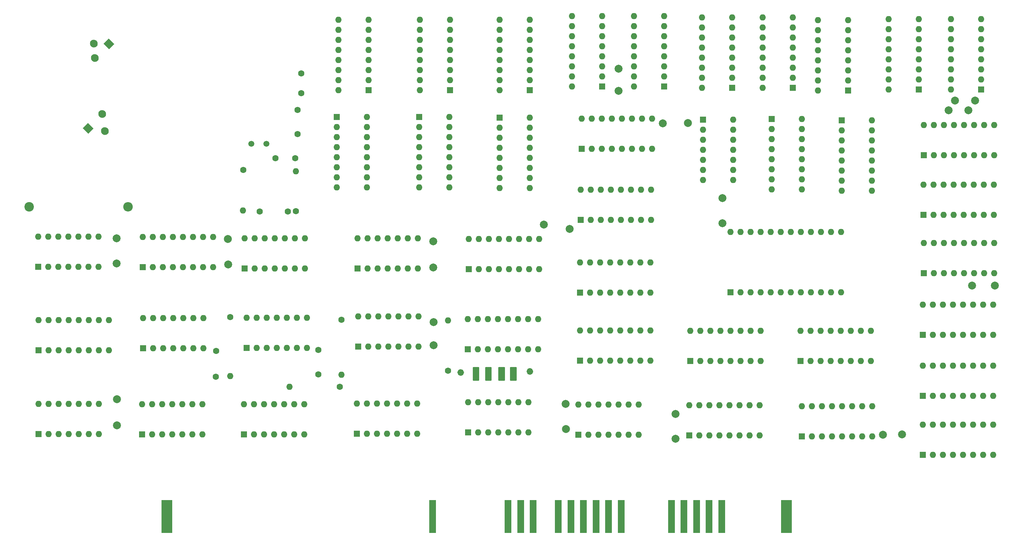
<source format=gbs>
G04 #@! TF.GenerationSoftware,KiCad,Pcbnew,8.0.6*
G04 #@! TF.CreationDate,2025-02-23T16:49:15+00:00*
G04 #@! TF.ProjectId,Northstart Floating point,4e6f7274-6873-4746-9172-7420466c6f61,rev?*
G04 #@! TF.SameCoordinates,Original*
G04 #@! TF.FileFunction,Soldermask,Bot*
G04 #@! TF.FilePolarity,Negative*
%FSLAX46Y46*%
G04 Gerber Fmt 4.6, Leading zero omitted, Abs format (unit mm)*
G04 Created by KiCad (PCBNEW 8.0.6) date 2025-02-23 16:49:15*
%MOMM*%
%LPD*%
G01*
G04 APERTURE LIST*
G04 Aperture macros list*
%AMHorizOval*
0 Thick line with rounded ends*
0 $1 width*
0 $2 $3 position (X,Y) of the first rounded end (center of the circle)*
0 $4 $5 position (X,Y) of the second rounded end (center of the circle)*
0 Add line between two ends*
20,1,$1,$2,$3,$4,$5,0*
0 Add two circle primitives to create the rounded ends*
1,1,$1,$2,$3*
1,1,$1,$4,$5*%
%AMRotRect*
0 Rectangle, with rotation*
0 The origin of the aperture is its center*
0 $1 length*
0 $2 width*
0 $3 Rotation angle, in degrees counterclockwise*
0 Add horizontal line*
21,1,$1,$2,0,0,$3*%
G04 Aperture macros list end*
%ADD10C,0.304800*%
%ADD11C,0.848748*%
%ADD12C,2.000000*%
%ADD13R,1.600000X1.600000*%
%ADD14O,1.600000X1.600000*%
%ADD15C,2.400000*%
%ADD16O,2.400000X2.400000*%
%ADD17C,1.600000*%
%ADD18R,2.794000X8.382000*%
%ADD19R,1.778000X8.382000*%
%ADD20RotRect,1.905000X2.000000X225.000000*%
%ADD21HorizOval,1.905000X-0.033588X0.033588X0.033588X-0.033588X0*%
%ADD22C,1.500000*%
%ADD23RotRect,1.905000X2.000000X45.000000*%
G04 APERTURE END LIST*
D10*
X147940000Y-115230000D02*
X149250000Y-115230000D01*
X149250000Y-118350000D01*
X147940000Y-118350000D01*
X147940000Y-115230000D01*
G36*
X147940000Y-115230000D02*
G01*
X149250000Y-115230000D01*
X149250000Y-118350000D01*
X147940000Y-118350000D01*
X147940000Y-115230000D01*
G37*
X144970000Y-115230000D02*
X146280000Y-115230000D01*
X146280000Y-118350000D01*
X144970000Y-118350000D01*
X144970000Y-115230000D01*
G36*
X144970000Y-115230000D02*
G01*
X146280000Y-115230000D01*
X146280000Y-118350000D01*
X144970000Y-118350000D01*
X144970000Y-115230000D01*
G37*
D11*
X153204374Y-116190000D02*
G75*
G02*
X152355626Y-116190000I-424374J0D01*
G01*
X152355626Y-116190000D02*
G75*
G02*
X153204374Y-116190000I424374J0D01*
G01*
D10*
X138500000Y-115240000D02*
X139810000Y-115240000D01*
X139810000Y-118360000D01*
X138500000Y-118360000D01*
X138500000Y-115240000D01*
G36*
X138500000Y-115240000D02*
G01*
X139810000Y-115240000D01*
X139810000Y-118360000D01*
X138500000Y-118360000D01*
X138500000Y-115240000D01*
G37*
D11*
X135721308Y-116460000D02*
G75*
G02*
X134872560Y-116460000I-424374J0D01*
G01*
X134872560Y-116460000D02*
G75*
G02*
X135721308Y-116460000I424374J0D01*
G01*
D10*
X141650000Y-115260000D02*
X142960000Y-115260000D01*
X142960000Y-118380000D01*
X141650000Y-118380000D01*
X141650000Y-115260000D01*
G36*
X141650000Y-115260000D02*
G01*
X142960000Y-115260000D01*
X142960000Y-118380000D01*
X141650000Y-118380000D01*
X141650000Y-115260000D01*
G37*
D12*
X246790000Y-132120000D03*
X241960000Y-132140000D03*
D13*
X28620000Y-132000000D03*
D14*
X31160000Y-132000000D03*
X33700000Y-132000000D03*
X36240000Y-132000000D03*
X38780000Y-132000000D03*
X41320000Y-132000000D03*
X43860000Y-132000000D03*
X43860000Y-124380000D03*
X41320000Y-124380000D03*
X38780000Y-124380000D03*
X36240000Y-124380000D03*
X33700000Y-124380000D03*
X31160000Y-124380000D03*
X28620000Y-124380000D03*
D13*
X109040000Y-131900000D03*
D14*
X111580000Y-131900000D03*
X114120000Y-131900000D03*
X116660000Y-131900000D03*
X119200000Y-131900000D03*
X121740000Y-131900000D03*
X124280000Y-131900000D03*
X124280000Y-124280000D03*
X121740000Y-124280000D03*
X119200000Y-124280000D03*
X116660000Y-124280000D03*
X114120000Y-124280000D03*
X111580000Y-124280000D03*
X109040000Y-124280000D03*
D12*
X128430000Y-103710000D03*
X128450000Y-109600000D03*
D13*
X28550000Y-89720000D03*
D14*
X31090000Y-89720000D03*
X33630000Y-89720000D03*
X36170000Y-89720000D03*
X38710000Y-89720000D03*
X41250000Y-89720000D03*
X43790000Y-89720000D03*
X43790000Y-82100000D03*
X41250000Y-82100000D03*
X38710000Y-82100000D03*
X36170000Y-82100000D03*
X33630000Y-82100000D03*
X31090000Y-82100000D03*
X28550000Y-82100000D03*
D13*
X165040000Y-132160000D03*
D14*
X167580000Y-132160000D03*
X170120000Y-132160000D03*
X172660000Y-132160000D03*
X175200000Y-132160000D03*
X177740000Y-132160000D03*
X180280000Y-132160000D03*
X180280000Y-124540000D03*
X177740000Y-124540000D03*
X175200000Y-124540000D03*
X172660000Y-124540000D03*
X170120000Y-124540000D03*
X167580000Y-124540000D03*
X165040000Y-124540000D03*
D12*
X201460000Y-78792500D03*
X201420000Y-72422500D03*
D13*
X251060000Y-44950000D03*
D14*
X251060000Y-42410000D03*
X251060000Y-39870000D03*
X251060000Y-37330000D03*
X251060000Y-34790000D03*
X251060000Y-32250000D03*
X251060000Y-29710000D03*
X251060000Y-27170000D03*
X243440000Y-27170000D03*
X243440000Y-29710000D03*
X243440000Y-32250000D03*
X243440000Y-34790000D03*
X243440000Y-37330000D03*
X243440000Y-39870000D03*
X243440000Y-42410000D03*
X243440000Y-44950000D03*
D12*
X192675000Y-53440000D03*
X186355000Y-53510000D03*
D13*
X132580000Y-45110000D03*
D14*
X132580000Y-42570000D03*
X132580000Y-40030000D03*
X132580000Y-37490000D03*
X132580000Y-34950000D03*
X132580000Y-32410000D03*
X132580000Y-29870000D03*
X132580000Y-27330000D03*
X124960000Y-27330000D03*
X124960000Y-29870000D03*
X124960000Y-32410000D03*
X124960000Y-34950000D03*
X124960000Y-37490000D03*
X124960000Y-40030000D03*
X124960000Y-42570000D03*
X124960000Y-45110000D03*
D13*
X111990000Y-45125000D03*
D14*
X111990000Y-42585000D03*
X111990000Y-40045000D03*
X111990000Y-37505000D03*
X111990000Y-34965000D03*
X111990000Y-32425000D03*
X111990000Y-29885000D03*
X111990000Y-27345000D03*
X104370000Y-27345000D03*
X104370000Y-29885000D03*
X104370000Y-32425000D03*
X104370000Y-34965000D03*
X104370000Y-37505000D03*
X104370000Y-40045000D03*
X104370000Y-42585000D03*
X104370000Y-45125000D03*
D15*
X26250000Y-74610000D03*
D16*
X51250000Y-74610000D03*
D13*
X252090000Y-106910000D03*
D14*
X254630000Y-106910000D03*
X257170000Y-106910000D03*
X259710000Y-106910000D03*
X262250000Y-106910000D03*
X264790000Y-106910000D03*
X267330000Y-106910000D03*
X269870000Y-106910000D03*
X269870000Y-99290000D03*
X267330000Y-99290000D03*
X264790000Y-99290000D03*
X262250000Y-99290000D03*
X259710000Y-99290000D03*
X257170000Y-99290000D03*
X254630000Y-99290000D03*
X252090000Y-99290000D03*
D13*
X233210000Y-45200000D03*
D14*
X233210000Y-42660000D03*
X233210000Y-40120000D03*
X233210000Y-37580000D03*
X233210000Y-35040000D03*
X233210000Y-32500000D03*
X233210000Y-29960000D03*
X233210000Y-27420000D03*
X225590000Y-27420000D03*
X225590000Y-29960000D03*
X225590000Y-32500000D03*
X225590000Y-35040000D03*
X225590000Y-37580000D03*
X225590000Y-40120000D03*
X225590000Y-42660000D03*
X225590000Y-45200000D03*
D17*
X77060000Y-102460000D03*
D14*
X77040000Y-117390000D03*
D17*
X132090000Y-116010000D03*
D14*
X132090000Y-103310000D03*
D13*
X28605000Y-110870000D03*
D14*
X31145000Y-110870000D03*
X33685000Y-110870000D03*
X36225000Y-110870000D03*
X38765000Y-110870000D03*
X41305000Y-110870000D03*
X43845000Y-110870000D03*
X46385000Y-110870000D03*
X46385000Y-103250000D03*
X43845000Y-103250000D03*
X41305000Y-103250000D03*
X38765000Y-103250000D03*
X36225000Y-103250000D03*
X33685000Y-103250000D03*
X31145000Y-103250000D03*
X28605000Y-103250000D03*
D17*
X105180000Y-103130000D03*
D14*
X105210000Y-117020000D03*
D13*
X137070000Y-110600000D03*
D14*
X139610000Y-110600000D03*
X142150000Y-110600000D03*
X144690000Y-110600000D03*
X147230000Y-110600000D03*
X149770000Y-110600000D03*
X152310000Y-110600000D03*
X154850000Y-110600000D03*
X154850000Y-102980000D03*
X152310000Y-102980000D03*
X149770000Y-102980000D03*
X147230000Y-102980000D03*
X144690000Y-102980000D03*
X142150000Y-102980000D03*
X139610000Y-102980000D03*
X137070000Y-102980000D03*
D13*
X193295000Y-113570000D03*
D14*
X195835000Y-113570000D03*
X198375000Y-113570000D03*
X200915000Y-113570000D03*
X203455000Y-113570000D03*
X205995000Y-113570000D03*
X208535000Y-113570000D03*
X211075000Y-113570000D03*
X211075000Y-105950000D03*
X208535000Y-105950000D03*
X205995000Y-105950000D03*
X203455000Y-105950000D03*
X200915000Y-105950000D03*
X198375000Y-105950000D03*
X195835000Y-105950000D03*
X193295000Y-105950000D03*
D17*
X104770000Y-120110000D03*
D14*
X92070000Y-120110000D03*
D12*
X76490000Y-82710000D03*
X76540000Y-89200000D03*
X175210000Y-45330000D03*
X175170000Y-39710000D03*
X128340000Y-83300000D03*
X128390000Y-89890000D03*
D13*
X165450000Y-96240000D03*
D14*
X167990000Y-96240000D03*
X170530000Y-96240000D03*
X173070000Y-96240000D03*
X175610000Y-96240000D03*
X178150000Y-96240000D03*
X180690000Y-96240000D03*
X183230000Y-96240000D03*
X183230000Y-88620000D03*
X180690000Y-88620000D03*
X178150000Y-88620000D03*
X175610000Y-88620000D03*
X173070000Y-88620000D03*
X170530000Y-88620000D03*
X167990000Y-88620000D03*
X165450000Y-88620000D03*
D12*
X258550000Y-50230000D03*
X263620000Y-50180000D03*
X162785000Y-80197500D03*
X156325000Y-79127500D03*
X48340000Y-82520000D03*
X48340000Y-88900000D03*
D13*
X252360000Y-61540000D03*
D14*
X254900000Y-61540000D03*
X257440000Y-61540000D03*
X259980000Y-61540000D03*
X262520000Y-61540000D03*
X265060000Y-61540000D03*
X267600000Y-61540000D03*
X270140000Y-61540000D03*
X270140000Y-53920000D03*
X267600000Y-53920000D03*
X265060000Y-53920000D03*
X262520000Y-53920000D03*
X259980000Y-53920000D03*
X257440000Y-53920000D03*
X254900000Y-53920000D03*
X252360000Y-53920000D03*
D13*
X165650000Y-77910000D03*
D14*
X168190000Y-77910000D03*
X170730000Y-77910000D03*
X173270000Y-77910000D03*
X175810000Y-77910000D03*
X178350000Y-77910000D03*
X180890000Y-77910000D03*
X183430000Y-77910000D03*
X183430000Y-70290000D03*
X180890000Y-70290000D03*
X178350000Y-70290000D03*
X175810000Y-70290000D03*
X173270000Y-70290000D03*
X170730000Y-70290000D03*
X168190000Y-70290000D03*
X165650000Y-70290000D03*
D12*
X264520000Y-94530000D03*
X270270000Y-94490000D03*
X161850000Y-124350000D03*
X161870000Y-130730000D03*
D13*
X252100000Y-137260000D03*
D14*
X254640000Y-137260000D03*
X257180000Y-137260000D03*
X259720000Y-137260000D03*
X262260000Y-137260000D03*
X264800000Y-137260000D03*
X267340000Y-137260000D03*
X269880000Y-137260000D03*
X269880000Y-129640000D03*
X267340000Y-129640000D03*
X264800000Y-129640000D03*
X262260000Y-129640000D03*
X259720000Y-129640000D03*
X257180000Y-129640000D03*
X254640000Y-129640000D03*
X252100000Y-129640000D03*
D13*
X221490000Y-132590000D03*
D14*
X224030000Y-132590000D03*
X226570000Y-132590000D03*
X229110000Y-132590000D03*
X231650000Y-132590000D03*
X234190000Y-132590000D03*
X236730000Y-132590000D03*
X239270000Y-132590000D03*
X239270000Y-124970000D03*
X236730000Y-124970000D03*
X234190000Y-124970000D03*
X231650000Y-124970000D03*
X229110000Y-124970000D03*
X226570000Y-124970000D03*
X224030000Y-124970000D03*
X221490000Y-124970000D03*
D13*
X137315000Y-90380000D03*
D14*
X139855000Y-90380000D03*
X142395000Y-90380000D03*
X144935000Y-90380000D03*
X147475000Y-90380000D03*
X150015000Y-90380000D03*
X152555000Y-90380000D03*
X155095000Y-90380000D03*
X155095000Y-82760000D03*
X152555000Y-82760000D03*
X150015000Y-82760000D03*
X147475000Y-82760000D03*
X144935000Y-82760000D03*
X142395000Y-82760000D03*
X139855000Y-82760000D03*
X137315000Y-82760000D03*
D13*
X109430000Y-109880000D03*
D14*
X111970000Y-109880000D03*
X114510000Y-109880000D03*
X117050000Y-109880000D03*
X119590000Y-109880000D03*
X122130000Y-109880000D03*
X124670000Y-109880000D03*
X124670000Y-102260000D03*
X122130000Y-102260000D03*
X119590000Y-102260000D03*
X117050000Y-102260000D03*
X114510000Y-102260000D03*
X111970000Y-102260000D03*
X109430000Y-102260000D03*
D13*
X266770000Y-44950000D03*
D14*
X266770000Y-42410000D03*
X266770000Y-39870000D03*
X266770000Y-37330000D03*
X266770000Y-34790000D03*
X266770000Y-32250000D03*
X266770000Y-29710000D03*
X266770000Y-27170000D03*
X259150000Y-27170000D03*
X259150000Y-29710000D03*
X259150000Y-32250000D03*
X259150000Y-34790000D03*
X259150000Y-37330000D03*
X259150000Y-39870000D03*
X259150000Y-42410000D03*
X259150000Y-44950000D03*
D12*
X189550000Y-126920000D03*
X189610000Y-133210000D03*
D13*
X165430000Y-113480000D03*
D14*
X167970000Y-113480000D03*
X170510000Y-113480000D03*
X173050000Y-113480000D03*
X175590000Y-113480000D03*
X178130000Y-113480000D03*
X180670000Y-113480000D03*
X183210000Y-113480000D03*
X183210000Y-105860000D03*
X180670000Y-105860000D03*
X178130000Y-105860000D03*
X175590000Y-105860000D03*
X173050000Y-105860000D03*
X170510000Y-105860000D03*
X167970000Y-105860000D03*
X165430000Y-105860000D03*
D13*
X196500000Y-52625000D03*
D14*
X196500000Y-55165000D03*
X196500000Y-57705000D03*
X196500000Y-60245000D03*
X196500000Y-62785000D03*
X196500000Y-65325000D03*
X196500000Y-67865000D03*
X204120000Y-67865000D03*
X204120000Y-65325000D03*
X204120000Y-62785000D03*
X204120000Y-60245000D03*
X204120000Y-57705000D03*
X204120000Y-55165000D03*
X204120000Y-52625000D03*
D17*
X99325000Y-116900000D03*
X99325000Y-110760000D03*
X93680000Y-75740000D03*
D14*
X93690000Y-65630000D03*
D13*
X124810000Y-51950000D03*
D14*
X124810000Y-54490000D03*
X124810000Y-57030000D03*
X124810000Y-59570000D03*
X124810000Y-62110000D03*
X124810000Y-64650000D03*
X124810000Y-67190000D03*
X124810000Y-69730000D03*
X132430000Y-69730000D03*
X132430000Y-67190000D03*
X132430000Y-64650000D03*
X132430000Y-62110000D03*
X132430000Y-59570000D03*
X132430000Y-57030000D03*
X132430000Y-54490000D03*
X132430000Y-51950000D03*
D17*
X94080000Y-50150000D03*
X94070000Y-56250000D03*
D13*
X203910000Y-44585000D03*
D14*
X203910000Y-42045000D03*
X203910000Y-39505000D03*
X203910000Y-36965000D03*
X203910000Y-34425000D03*
X203910000Y-31885000D03*
X203910000Y-29345000D03*
X203910000Y-26805000D03*
X196290000Y-26805000D03*
X196290000Y-29345000D03*
X196290000Y-31885000D03*
X196290000Y-34425000D03*
X196290000Y-36965000D03*
X196290000Y-39505000D03*
X196290000Y-42045000D03*
X196290000Y-44585000D03*
D13*
X193015000Y-132370000D03*
D14*
X195555000Y-132370000D03*
X198095000Y-132370000D03*
X200635000Y-132370000D03*
X203175000Y-132370000D03*
X205715000Y-132370000D03*
X208255000Y-132370000D03*
X210795000Y-132370000D03*
X210795000Y-124750000D03*
X208255000Y-124750000D03*
X205715000Y-124750000D03*
X203175000Y-124750000D03*
X200635000Y-124750000D03*
X198095000Y-124750000D03*
X195555000Y-124750000D03*
X193015000Y-124750000D03*
D13*
X80545000Y-132050000D03*
D14*
X83085000Y-132050000D03*
X85625000Y-132050000D03*
X88165000Y-132050000D03*
X90705000Y-132050000D03*
X93245000Y-132050000D03*
X95785000Y-132050000D03*
X95785000Y-124430000D03*
X93245000Y-124430000D03*
X90705000Y-124430000D03*
X88165000Y-124430000D03*
X85625000Y-124430000D03*
X83085000Y-124430000D03*
X80545000Y-124430000D03*
D12*
X48420000Y-123200000D03*
X48460000Y-129840000D03*
D13*
X252200000Y-76630000D03*
D14*
X254740000Y-76630000D03*
X257280000Y-76630000D03*
X259820000Y-76630000D03*
X262360000Y-76630000D03*
X264900000Y-76630000D03*
X267440000Y-76630000D03*
X269980000Y-76630000D03*
X269980000Y-69010000D03*
X267440000Y-69010000D03*
X264900000Y-69010000D03*
X262360000Y-69010000D03*
X259820000Y-69010000D03*
X257280000Y-69010000D03*
X254740000Y-69010000D03*
X252200000Y-69010000D03*
D17*
X94980000Y-45920000D03*
X94980000Y-40920000D03*
D18*
X61050000Y-152810000D03*
D19*
X128233000Y-152810000D03*
X147283000Y-152810000D03*
X150458000Y-152810000D03*
X153633000Y-152810000D03*
X159983000Y-152810000D03*
X163158000Y-152810000D03*
X166333000Y-152810000D03*
X169508000Y-152810000D03*
X172683000Y-152810000D03*
X175858000Y-152810000D03*
X188558000Y-152810000D03*
X191733000Y-152810000D03*
X194908000Y-152810000D03*
X198083000Y-152810000D03*
X201258000Y-152810000D03*
D18*
X217641000Y-152810000D03*
D13*
X81180000Y-110270000D03*
D14*
X83720000Y-110270000D03*
X86260000Y-110270000D03*
X88800000Y-110270000D03*
X91340000Y-110270000D03*
X93880000Y-110270000D03*
X96420000Y-110270000D03*
X96420000Y-102650000D03*
X93880000Y-102650000D03*
X91340000Y-102650000D03*
X88800000Y-102650000D03*
X86260000Y-102650000D03*
X83720000Y-102650000D03*
X81180000Y-102650000D03*
D13*
X186710000Y-44205000D03*
D14*
X186710000Y-41665000D03*
X186710000Y-39125000D03*
X186710000Y-36585000D03*
X186710000Y-34045000D03*
X186710000Y-31505000D03*
X186710000Y-28965000D03*
X186710000Y-26425000D03*
X179090000Y-26425000D03*
X179090000Y-28965000D03*
X179090000Y-31505000D03*
X179090000Y-34045000D03*
X179090000Y-36585000D03*
X179090000Y-39125000D03*
X179090000Y-41665000D03*
X179090000Y-44205000D03*
D13*
X252075000Y-122340000D03*
D14*
X254615000Y-122340000D03*
X257155000Y-122340000D03*
X259695000Y-122340000D03*
X262235000Y-122340000D03*
X264775000Y-122340000D03*
X267315000Y-122340000D03*
X269855000Y-122340000D03*
X269855000Y-114720000D03*
X267315000Y-114720000D03*
X264775000Y-114720000D03*
X262235000Y-114720000D03*
X259695000Y-114720000D03*
X257155000Y-114720000D03*
X254615000Y-114720000D03*
X252075000Y-114720000D03*
D12*
X260220000Y-47775000D03*
X265240000Y-47765000D03*
D13*
X109195000Y-90200000D03*
D14*
X111735000Y-90200000D03*
X114275000Y-90200000D03*
X116815000Y-90200000D03*
X119355000Y-90200000D03*
X121895000Y-90200000D03*
X124435000Y-90200000D03*
X124435000Y-82580000D03*
X121895000Y-82580000D03*
X119355000Y-82580000D03*
X116815000Y-82580000D03*
X114275000Y-82580000D03*
X111735000Y-82580000D03*
X109195000Y-82580000D03*
D13*
X145130000Y-52060000D03*
D14*
X145130000Y-54600000D03*
X145130000Y-57140000D03*
X145130000Y-59680000D03*
X145130000Y-62220000D03*
X145130000Y-64760000D03*
X145130000Y-67300000D03*
X145130000Y-69840000D03*
X152750000Y-69840000D03*
X152750000Y-67300000D03*
X152750000Y-64760000D03*
X152750000Y-62220000D03*
X152750000Y-59680000D03*
X152750000Y-57140000D03*
X152750000Y-54600000D03*
X152750000Y-52060000D03*
D13*
X54830000Y-132110000D03*
D14*
X57370000Y-132110000D03*
X59910000Y-132110000D03*
X62450000Y-132110000D03*
X64990000Y-132110000D03*
X67530000Y-132110000D03*
X70070000Y-132110000D03*
X70070000Y-124490000D03*
X67530000Y-124490000D03*
X64990000Y-124490000D03*
X62450000Y-124490000D03*
X59910000Y-124490000D03*
X57370000Y-124490000D03*
X54830000Y-124490000D03*
D13*
X171000000Y-44250000D03*
D14*
X171000000Y-41710000D03*
X171000000Y-39170000D03*
X171000000Y-36630000D03*
X171000000Y-34090000D03*
X171000000Y-31550000D03*
X171000000Y-29010000D03*
X171000000Y-26470000D03*
X163380000Y-26470000D03*
X163380000Y-29010000D03*
X163380000Y-31550000D03*
X163380000Y-34090000D03*
X163380000Y-36630000D03*
X163380000Y-39170000D03*
X163380000Y-41710000D03*
X163380000Y-44250000D03*
D13*
X219180000Y-44585000D03*
D14*
X219180000Y-42045000D03*
X219180000Y-39505000D03*
X219180000Y-36965000D03*
X219180000Y-34425000D03*
X219180000Y-31885000D03*
X219180000Y-29345000D03*
X219180000Y-26805000D03*
X211560000Y-26805000D03*
X211560000Y-29345000D03*
X211560000Y-31885000D03*
X211560000Y-34425000D03*
X211560000Y-36965000D03*
X211560000Y-39505000D03*
X211560000Y-42045000D03*
X211560000Y-44585000D03*
D20*
X46407836Y-33435733D03*
D21*
X42638957Y-33343809D03*
X42815734Y-37027835D03*
D17*
X91660000Y-75820000D03*
X84520000Y-75820000D03*
D13*
X152730000Y-45160000D03*
D14*
X152730000Y-42620000D03*
X152730000Y-40080000D03*
X152730000Y-37540000D03*
X152730000Y-35000000D03*
X152730000Y-32460000D03*
X152730000Y-29920000D03*
X152730000Y-27380000D03*
X145110000Y-27380000D03*
X145110000Y-29920000D03*
X145110000Y-32460000D03*
X145110000Y-35000000D03*
X145110000Y-37540000D03*
X145110000Y-40080000D03*
X145110000Y-42620000D03*
X145110000Y-45160000D03*
D13*
X137195000Y-131560000D03*
D14*
X139735000Y-131560000D03*
X142275000Y-131560000D03*
X144815000Y-131560000D03*
X147355000Y-131560000D03*
X149895000Y-131560000D03*
X152435000Y-131560000D03*
X152435000Y-123940000D03*
X149895000Y-123940000D03*
X147355000Y-123940000D03*
X144815000Y-123940000D03*
X142275000Y-123940000D03*
X139735000Y-123940000D03*
X137195000Y-123940000D03*
D17*
X88470000Y-62310000D03*
X93470000Y-62310000D03*
D13*
X252360000Y-91400000D03*
D14*
X254900000Y-91400000D03*
X257440000Y-91400000D03*
X259980000Y-91400000D03*
X262520000Y-91400000D03*
X265060000Y-91400000D03*
X267600000Y-91400000D03*
X270140000Y-91400000D03*
X270140000Y-83780000D03*
X267600000Y-83780000D03*
X265060000Y-83780000D03*
X262520000Y-83780000D03*
X259980000Y-83780000D03*
X257440000Y-83780000D03*
X254900000Y-83780000D03*
X252360000Y-83780000D03*
D17*
X73430000Y-117500000D03*
X73470000Y-110970000D03*
D22*
X86170000Y-58690000D03*
X82370000Y-58690000D03*
D13*
X165910000Y-59980000D03*
D14*
X168450000Y-59980000D03*
X170990000Y-59980000D03*
X173530000Y-59980000D03*
X176070000Y-59980000D03*
X178610000Y-59980000D03*
X181150000Y-59980000D03*
X183690000Y-59980000D03*
X183690000Y-52360000D03*
X181150000Y-52360000D03*
X178610000Y-52360000D03*
X176070000Y-52360000D03*
X173530000Y-52360000D03*
X170990000Y-52360000D03*
X168450000Y-52360000D03*
X165910000Y-52360000D03*
D13*
X231550000Y-52745000D03*
D14*
X231550000Y-55285000D03*
X231550000Y-57825000D03*
X231550000Y-60365000D03*
X231550000Y-62905000D03*
X231550000Y-65445000D03*
X231550000Y-67985000D03*
X231550000Y-70525000D03*
X239170000Y-70525000D03*
X239170000Y-67985000D03*
X239170000Y-65445000D03*
X239170000Y-62905000D03*
X239170000Y-60365000D03*
X239170000Y-57825000D03*
X239170000Y-55285000D03*
X239170000Y-52745000D03*
D17*
X80340000Y-65295000D03*
D14*
X80290000Y-75565000D03*
D13*
X55060000Y-110360000D03*
D14*
X57600000Y-110360000D03*
X60140000Y-110360000D03*
X62680000Y-110360000D03*
X65220000Y-110360000D03*
X67760000Y-110360000D03*
X70300000Y-110360000D03*
X70300000Y-102740000D03*
X67760000Y-102740000D03*
X65220000Y-102740000D03*
X62680000Y-102740000D03*
X60140000Y-102740000D03*
X57600000Y-102740000D03*
X55060000Y-102740000D03*
D13*
X104020000Y-51890000D03*
D14*
X104020000Y-54430000D03*
X104020000Y-56970000D03*
X104020000Y-59510000D03*
X104020000Y-62050000D03*
X104020000Y-64590000D03*
X104020000Y-67130000D03*
X104020000Y-69670000D03*
X111640000Y-69670000D03*
X111640000Y-67130000D03*
X111640000Y-64590000D03*
X111640000Y-62050000D03*
X111640000Y-59510000D03*
X111640000Y-56970000D03*
X111640000Y-54430000D03*
X111640000Y-51890000D03*
D13*
X54950000Y-89820000D03*
D14*
X57490000Y-89820000D03*
X60030000Y-89820000D03*
X62570000Y-89820000D03*
X65110000Y-89820000D03*
X67650000Y-89820000D03*
X70190000Y-89820000D03*
X72730000Y-89820000D03*
X72730000Y-82200000D03*
X70190000Y-82200000D03*
X67650000Y-82200000D03*
X65110000Y-82200000D03*
X62570000Y-82200000D03*
X60030000Y-82200000D03*
X57490000Y-82200000D03*
X54950000Y-82200000D03*
D23*
X41138415Y-54780517D03*
D21*
X45381056Y-55431055D03*
X44730517Y-51188415D03*
D13*
X80735000Y-90200000D03*
D14*
X83275000Y-90200000D03*
X85815000Y-90200000D03*
X88355000Y-90200000D03*
X90895000Y-90200000D03*
X93435000Y-90200000D03*
X95975000Y-90200000D03*
X95975000Y-82580000D03*
X93435000Y-82580000D03*
X90895000Y-82580000D03*
X88355000Y-82580000D03*
X85815000Y-82580000D03*
X83275000Y-82580000D03*
X80735000Y-82580000D03*
D13*
X203435000Y-96185000D03*
D14*
X205975000Y-96185000D03*
X208515000Y-96185000D03*
X211055000Y-96185000D03*
X213595000Y-96185000D03*
X216135000Y-96185000D03*
X218675000Y-96185000D03*
X221215000Y-96185000D03*
X223755000Y-96185000D03*
X226295000Y-96185000D03*
X228835000Y-96185000D03*
X231375000Y-96185000D03*
X231375000Y-80945000D03*
X228835000Y-80945000D03*
X226295000Y-80945000D03*
X223755000Y-80945000D03*
X221215000Y-80945000D03*
X218675000Y-80945000D03*
X216135000Y-80945000D03*
X213595000Y-80945000D03*
X211055000Y-80945000D03*
X208515000Y-80945000D03*
X205975000Y-80945000D03*
X203435000Y-80945000D03*
D13*
X221190000Y-113510000D03*
D14*
X223730000Y-113510000D03*
X226270000Y-113510000D03*
X228810000Y-113510000D03*
X231350000Y-113510000D03*
X233890000Y-113510000D03*
X236430000Y-113510000D03*
X238970000Y-113510000D03*
X238970000Y-105890000D03*
X236430000Y-105890000D03*
X233890000Y-105890000D03*
X231350000Y-105890000D03*
X228810000Y-105890000D03*
X226270000Y-105890000D03*
X223730000Y-105890000D03*
X221190000Y-105890000D03*
D13*
X213840000Y-52445000D03*
D14*
X213840000Y-54985000D03*
X213840000Y-57525000D03*
X213840000Y-60065000D03*
X213840000Y-62605000D03*
X213840000Y-65145000D03*
X213840000Y-67685000D03*
X213840000Y-70225000D03*
X221460000Y-70225000D03*
X221460000Y-67685000D03*
X221460000Y-65145000D03*
X221460000Y-62605000D03*
X221460000Y-60065000D03*
X221460000Y-57525000D03*
X221460000Y-54985000D03*
X221460000Y-52445000D03*
M02*

</source>
